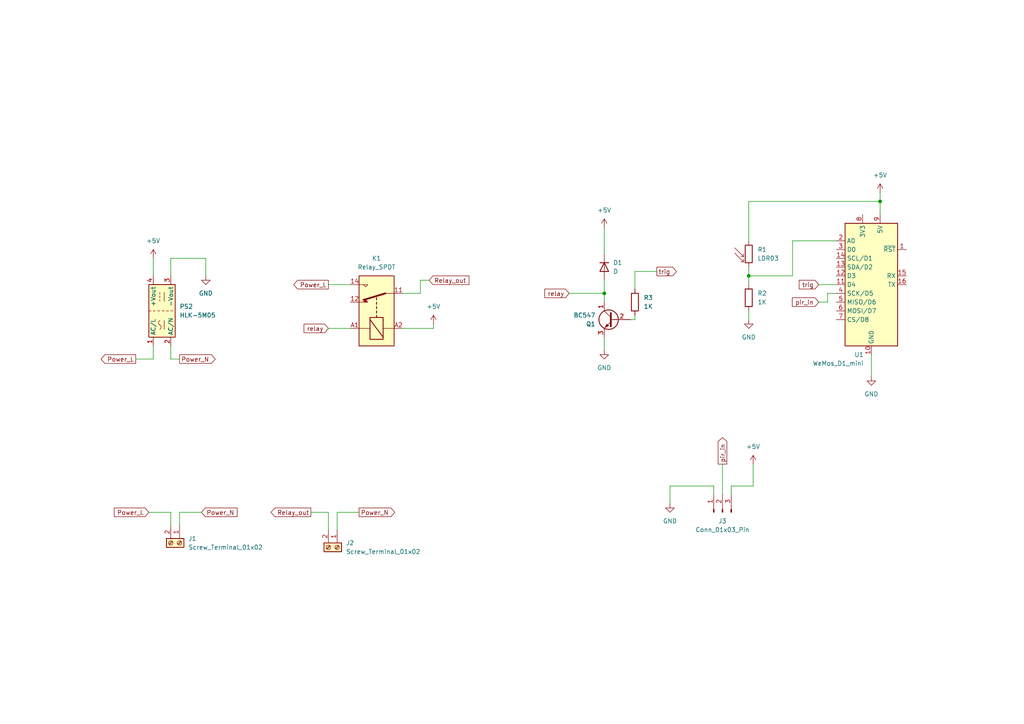
<source format=kicad_sch>
(kicad_sch (version 20230121) (generator eeschema)
  (paper "A4")
  (lib_symbols
    (symbol "Connector:Conn_01x03_Pin" (pin_names (offset 1.016) hide)
      (property "Reference" "J" (at 0 5.08 0))
      (property "Value" "Conn_01x03_Pin" (at 0 -5.08 0))
      (symbol "Conn_01x03_Pin_1_1"
        (polyline (pts (xy 1.27 -2.54) (xy 0.8636 -2.54)) (stroke (width 0.1524)))
        (polyline (pts (xy 1.27 0) (xy 0.8636 0)) (stroke (width 0.1524)))
        (polyline (pts (xy 1.27 2.54) (xy 0.8636 2.54)) (stroke (width 0.1524)))
        (rectangle (start 0.8636 -2.413) (end 0 -2.667) (stroke (width 0.1524)) (fill (type outline)))
        (rectangle (start 0.8636 0.127) (end 0 -0.127) (stroke (width 0.1524)) (fill (type outline)))
        (rectangle (start 0.8636 2.667) (end 0 2.413) (stroke (width 0.1524)) (fill (type outline)))
        (pin passive line (at 5.08 2.54 180) (length 3.81) (name "Pin_1") (number "1"))
        (pin passive line (at 5.08 0 180) (length 3.81) (name "Pin_2") (number "2"))
        (pin passive line (at 5.08 -2.54 180) (length 3.81) (name "Pin_3") (number "3"))
      )
    )
    (symbol "Connector:Screw_Terminal_01x02" (pin_names (offset 1.016) hide)
      (property "Reference" "J" (at 0 2.54 0))
      (property "Value" "Screw_Terminal_01x02" (at 0 -5.08 0))
      (symbol "Screw_Terminal_01x02_1_1"
        (rectangle (start -1.27 1.27) (end 1.27 -3.81) (stroke (width 0.254)) (fill (type background)))
        (circle (center 0 -2.54) (radius 0.635) (stroke (width 0.1524)))
        (polyline (pts (xy -0.5334 -2.2098) (xy 0.3302 -3.048)) (stroke (width 0.1524)))
        (polyline (pts (xy -0.5334 0.3302) (xy 0.3302 -0.508)) (stroke (width 0.1524)))
        (polyline (pts (xy -0.3556 -2.032) (xy 0.508 -2.8702)) (stroke (width 0.1524)))
        (polyline (pts (xy -0.3556 0.508) (xy 0.508 -0.3302)) (stroke (width 0.1524)))
        (circle (center 0 0) (radius 0.635) (stroke (width 0.1524)))
        (pin passive line (at -5.08 0 0) (length 3.81) (name "Pin_1") (number "1"))
        (pin passive line (at -5.08 -2.54 0) (length 3.81) (name "Pin_2") (number "2"))
      )
    )
    (symbol "Converter_ACDC:HLK-5M05"
      (property "Reference" "PS" (at 0 5.08 0))
      (property "Value" "HLK-5M05" (at 0 -5.08 0))
      (symbol "HLK-5M05_0_1"
        (rectangle (start -7.62 3.81) (end 7.62 -3.81) (stroke (width 0.254)) (fill (type background)))
        (arc (start -5.334 0.635) (mid -4.699 0.2495) (end -4.064 0.635))
        (arc (start -2.794 0.635) (mid -3.429 1.0072) (end -4.064 0.635))
        (polyline (pts (xy -5.334 -0.635) (xy -2.794 -0.635)))
        (polyline (pts (xy 0 -2.54) (xy 0 -3.175)))
        (polyline (pts (xy 0 -1.27) (xy 0 -1.905)))
        (polyline (pts (xy 0 0) (xy 0 -0.635)))
        (polyline (pts (xy 0 1.27) (xy 0 0.635)))
        (polyline (pts (xy 0 2.54) (xy 0 1.905)))
        (polyline (pts (xy 0 3.81) (xy 0 3.175)))
        (polyline (pts (xy 2.794 -0.635) (xy 5.334 -0.635)))
        (polyline (pts (xy 2.794 0.635) (xy 3.302 0.635)))
        (polyline (pts (xy 3.81 0.635) (xy 4.318 0.635)))
        (polyline (pts (xy 4.826 0.635) (xy 5.334 0.635)))
      )
      (symbol "HLK-5M05_1_1"
        (pin power_in line (at -10.16 2.54 0) (length 2.54) (name "AC/L") (number "1"))
        (pin power_in line (at -10.16 -2.54 0) (length 2.54) (name "AC/N") (number "2"))
        (pin power_out line (at 10.16 -2.54 180) (length 2.54) (name "-Vout") (number "3"))
        (pin power_out line (at 10.16 2.54 180) (length 2.54) (name "+Vout") (number "4"))
      )
    )
    (symbol "Device:D" (pin_numbers hide) (pin_names (offset 1.016) hide)
      (property "Reference" "D" (at 0 2.54 0))
      (property "Value" "D" (at 0 -2.54 0))
      (symbol "D_0_1"
        (polyline (pts (xy -1.27 1.27) (xy -1.27 -1.27)) (stroke (width 0.254)))
        (polyline (pts (xy 1.27 0) (xy -1.27 0)))
        (polyline (pts (xy 1.27 1.27) (xy 1.27 -1.27) (xy -1.27 0) (xy 1.27 1.27)) (stroke (width 0.254)))
      )
      (symbol "D_1_1"
        (pin passive line (at -3.81 0 0) (length 2.54) (name "K") (number "1"))
        (pin passive line (at 3.81 0 180) (length 2.54) (name "A") (number "2"))
      )
    )
    (symbol "Device:R" (pin_numbers hide) (pin_names (offset 0))
      (property "Reference" "R" (at 2.032 0 90))
      (property "Value" "R" (at 0 0 90))
      (symbol "R_0_1"
        (rectangle (start -1.016 -2.54) (end 1.016 2.54) (stroke (width 0.254)))
      )
      (symbol "R_1_1"
        (pin passive line (at 0 3.81 270) (length 1.27) (name "~") (number "1"))
        (pin passive line (at 0 -3.81 90) (length 1.27) (name "~") (number "2"))
      )
    )
    (symbol "MCU_Module:WeMos_D1_mini"
      (property "Reference" "U" (at 3.81 19.05 0))
      (property "Value" "WeMos_D1_mini" (at 1.27 -19.05 0))
      (symbol "WeMos_D1_mini_1_1"
        (rectangle (start -7.62 17.78) (end 7.62 -17.78) (stroke (width 0.254)) (fill (type background)))
        (pin input line (at -10.16 10.16 0) (length 2.54) (name "~{RST}") (number "1"))
        (pin power_in line (at 0 -20.32 90) (length 2.54) (name "GND") (number "10"))
        (pin bidirectional line (at 10.16 0 180) (length 2.54) (name "D4") (number "11"))
        (pin bidirectional line (at 10.16 2.54 180) (length 2.54) (name "D3") (number "12"))
        (pin bidirectional line (at 10.16 5.08 180) (length 2.54) (name "SDA/D2") (number "13"))
        (pin bidirectional line (at 10.16 7.62 180) (length 2.54) (name "SCL/D1") (number "14"))
        (pin input line (at -10.16 2.54 0) (length 2.54) (name "RX") (number "15"))
        (pin output line (at -10.16 0 0) (length 2.54) (name "TX") (number "16"))
        (pin input line (at 10.16 12.7 180) (length 2.54) (name "A0") (number "2"))
        (pin bidirectional line (at 10.16 10.16 180) (length 2.54) (name "D0") (number "3"))
        (pin bidirectional line (at 10.16 -2.54 180) (length 2.54) (name "SCK/D5") (number "4"))
        (pin bidirectional line (at 10.16 -5.08 180) (length 2.54) (name "MISO/D6") (number "5"))
        (pin bidirectional line (at 10.16 -7.62 180) (length 2.54) (name "MOSI/D7") (number "6"))
        (pin bidirectional line (at 10.16 -10.16 180) (length 2.54) (name "CS/D8") (number "7"))
        (pin power_out line (at 2.54 20.32 270) (length 2.54) (name "3V3") (number "8"))
        (pin power_in line (at -2.54 20.32 270) (length 2.54) (name "5V") (number "9"))
      )
    )
    (symbol "Relay:Relay_SPDT"
      (property "Reference" "K" (at 11.43 3.81 0))
      (property "Value" "Relay_SPDT" (at 11.43 1.27 0))
      (symbol "Relay_SPDT_0_0"
        (polyline (pts (xy 7.62 5.08) (xy 7.62 2.54) (xy 6.985 3.175) (xy 7.62 3.81)))
      )
      (symbol "Relay_SPDT_0_1"
        (rectangle (start -10.16 5.08) (end 10.16 -5.08) (stroke (width 0.254)) (fill (type background)))
        (rectangle (start -8.255 1.905) (end -1.905 -1.905) (stroke (width 0.254)))
        (polyline (pts (xy -7.62 -1.905) (xy -2.54 1.905)) (stroke (width 0.254)))
        (polyline (pts (xy -5.08 -5.08) (xy -5.08 -1.905)))
        (polyline (pts (xy -5.08 5.08) (xy -5.08 1.905)))
        (polyline (pts (xy -1.905 0) (xy -1.27 0)) (stroke (width 0.254)))
        (polyline (pts (xy -0.635 0) (xy 0 0)) (stroke (width 0.254)))
        (polyline (pts (xy 0.635 0) (xy 1.27 0)) (stroke (width 0.254)))
        (polyline (pts (xy 1.905 0) (xy 2.54 0)) (stroke (width 0.254)))
        (polyline (pts (xy 3.175 0) (xy 3.81 0)) (stroke (width 0.254)))
        (polyline (pts (xy 5.08 -2.54) (xy 3.175 3.81)) (stroke (width 0.508)))
        (polyline (pts (xy 5.08 -2.54) (xy 5.08 -5.08)))
        (polyline (pts (xy 2.54 5.08) (xy 2.54 2.54) (xy 3.175 3.175) (xy 2.54 3.81)) (fill (type outline)))
      )
      (symbol "Relay_SPDT_1_1"
        (pin passive line (at 5.08 -7.62 90) (length 2.54) (name "~") (number "11"))
        (pin passive line (at 2.54 7.62 270) (length 2.54) (name "~") (number "12"))
        (pin passive line (at 7.62 7.62 270) (length 2.54) (name "~") (number "14"))
        (pin passive line (at -5.08 7.62 270) (length 2.54) (name "~") (number "A1"))
        (pin passive line (at -5.08 -7.62 90) (length 2.54) (name "~") (number "A2"))
      )
    )
    (symbol "Sensor_Optical:LDR03" (pin_numbers hide) (pin_names (offset 0))
      (property "Reference" "R" (at -5.08 0 90))
      (property "Value" "LDR03" (at 1.905 0 90))
      (symbol "LDR03_0_1"
        (rectangle (start -1.016 2.54) (end 1.016 -2.54) (stroke (width 0.254)))
        (polyline (pts (xy -1.524 -2.286) (xy -4.064 0.254)))
        (polyline (pts (xy -1.524 -2.286) (xy -2.286 -2.286)))
        (polyline (pts (xy -1.524 -2.286) (xy -1.524 -1.524)))
        (polyline (pts (xy -1.524 -0.762) (xy -4.064 1.778)))
        (polyline (pts (xy -1.524 -0.762) (xy -2.286 -0.762)))
        (polyline (pts (xy -1.524 -0.762) (xy -1.524 0)))
      )
      (symbol "LDR03_1_1"
        (pin passive line (at 0 3.81 270) (length 1.27) (name "~") (number "1"))
        (pin passive line (at 0 -3.81 90) (length 1.27) (name "~") (number "2"))
      )
    )
    (symbol "Transistor_BJT:BC547" (pin_names (offset 0) hide)
      (property "Reference" "Q" (at 5.08 1.905 0))
      (property "Value" "BC547" (at 5.08 0 0))
      (symbol "BC547_0_1"
        (polyline (pts (xy 0 0) (xy 0.635 0)))
        (polyline (pts (xy 0.635 0.635) (xy 2.54 2.54)))
        (polyline (pts (xy 0.635 -0.635) (xy 2.54 -2.54) (xy 2.54 -2.54)))
        (polyline (pts (xy 0.635 1.905) (xy 0.635 -1.905) (xy 0.635 -1.905)) (stroke (width 0.508)))
        (polyline (pts (xy 1.27 -1.778) (xy 1.778 -1.27) (xy 2.286 -2.286) (xy 1.27 -1.778) (xy 1.27 -1.778)) (fill (type outline)))
        (circle (center 1.27 0) (radius 2.8194) (stroke (width 0.254)))
      )
      (symbol "BC547_1_1"
        (pin passive line (at 2.54 5.08 270) (length 2.54) (name "C") (number "1"))
        (pin input line (at -5.08 0 0) (length 5.08) (name "B") (number "2"))
        (pin passive line (at 2.54 -5.08 90) (length 2.54) (name "E") (number "3"))
      )
    )
    (symbol "power:+5V" (power) (pin_names (offset 0))
      (property "Value" "+5V" (at 0 3.556 0))
      (symbol "+5V_0_1"
        (polyline (pts (xy -0.762 1.27) (xy 0 2.54)))
        (polyline (pts (xy 0 0) (xy 0 2.54)))
        (polyline (pts (xy 0 2.54) (xy 0.762 1.27)))
      )
      (symbol "+5V_1_1"
        (pin power_in line (at 0 0 90) (length 0) hide (name "+5V") (number "1"))
      )
    )
    (symbol "power:GND" (power) (pin_names (offset 0))
      (property "Value" "GND" (at 0 -3.81 0))
      (symbol "GND_0_1"
        (polyline (pts (xy 0 0) (xy 0 -1.27) (xy 1.27 -1.27) (xy 0 -2.54) (xy -1.27 -1.27) (xy 0 -1.27)))
      )
      (symbol "GND_1_1"
        (pin power_in line (at 0 0 270) (length 0) hide (name "GND") (number "1"))
      )
    )
  )
  (junction (at 175.26 85.09))
  (junction (at 217.17 80.01))
  (junction (at 255.27 58.42))
  (wire (pts (xy 175.26 97.79) (xy 175.26 101.6)))
  (wire (pts (xy 218.44 134.62) (xy 218.44 140.97)))
  (wire (pts (xy 116.84 95.25) (xy 125.73 95.25)))
  (wire (pts (xy 212.09 140.97) (xy 212.09 143.51)))
  (wire (pts (xy 217.17 69.85) (xy 217.17 58.42)))
  (wire (pts (xy 240.03 87.63) (xy 240.03 85.09)))
  (wire (pts (xy 217.17 58.42) (xy 255.27 58.42)))
  (wire (pts (xy 229.87 69.85) (xy 229.87 80.01)))
  (wire (pts (xy 121.92 81.28) (xy 124.46 81.28)))
  (wire (pts (xy 209.55 134.62) (xy 209.55 143.51)))
  (wire (pts (xy 95.25 153.67) (xy 95.25 148.59)))
  (wire (pts (xy 121.92 85.09) (xy 116.84 85.09)))
  (wire (pts (xy 252.73 102.87) (xy 252.73 109.22)))
  (wire (pts (xy 184.15 92.71) (xy 182.88 92.71)))
  (wire (pts (xy 165.1 85.09) (xy 175.26 85.09)))
  (wire (pts (xy 121.92 81.28) (xy 121.92 85.09)))
  (wire (pts (xy 97.79 153.67) (xy 97.79 148.59)))
  (wire (pts (xy 49.53 104.14) (xy 49.53 100.33)))
  (wire (pts (xy 175.26 66.04) (xy 175.26 73.66)))
  (wire (pts (xy 240.03 85.09) (xy 242.57 85.09)))
  (wire (pts (xy 237.49 87.63) (xy 240.03 87.63)))
  (wire (pts (xy 184.15 91.44) (xy 184.15 92.71)))
  (wire (pts (xy 229.87 80.01) (xy 217.17 80.01)))
  (wire (pts (xy 207.01 140.97) (xy 207.01 143.51)))
  (wire (pts (xy 49.53 148.59) (xy 49.53 152.4)))
  (wire (pts (xy 217.17 90.17) (xy 217.17 92.71)))
  (wire (pts (xy 90.17 148.59) (xy 95.25 148.59)))
  (wire (pts (xy 49.53 104.14) (xy 52.07 104.14)))
  (wire (pts (xy 217.17 80.01) (xy 217.17 82.55)))
  (wire (pts (xy 39.37 104.14) (xy 44.45 104.14)))
  (wire (pts (xy 97.79 148.59) (xy 104.14 148.59)))
  (wire (pts (xy 217.17 77.47) (xy 217.17 80.01)))
  (wire (pts (xy 184.15 78.74) (xy 184.15 83.82)))
  (wire (pts (xy 43.18 148.59) (xy 49.53 148.59)))
  (wire (pts (xy 184.15 78.74) (xy 190.5 78.74)))
  (wire (pts (xy 255.27 55.88) (xy 255.27 58.42)))
  (wire (pts (xy 218.44 140.97) (xy 212.09 140.97)))
  (wire (pts (xy 242.57 69.85) (xy 229.87 69.85)))
  (wire (pts (xy 125.73 95.25) (xy 125.73 93.98)))
  (wire (pts (xy 44.45 104.14) (xy 44.45 100.33)))
  (wire (pts (xy 59.69 74.93) (xy 59.69 80.01)))
  (wire (pts (xy 255.27 58.42) (xy 255.27 62.23)))
  (wire (pts (xy 175.26 85.09) (xy 175.26 87.63)))
  (wire (pts (xy 44.45 74.93) (xy 44.45 80.01)))
  (wire (pts (xy 194.31 140.97) (xy 207.01 140.97)))
  (wire (pts (xy 52.07 148.59) (xy 58.42 148.59)))
  (wire (pts (xy 49.53 80.01) (xy 49.53 74.93)))
  (wire (pts (xy 194.31 146.05) (xy 194.31 140.97)))
  (wire (pts (xy 175.26 81.28) (xy 175.26 85.09)))
  (wire (pts (xy 95.25 82.55) (xy 101.6 82.55)))
  (wire (pts (xy 52.07 152.4) (xy 52.07 148.59)))
  (wire (pts (xy 95.25 95.25) (xy 101.6 95.25)))
  (wire (pts (xy 49.53 74.93) (xy 59.69 74.93)))
  (wire (pts (xy 237.49 82.55) (xy 242.57 82.55)))
  (global_label "Relay_out" (shape output) (at 90.17 148.59 180) (property "Intersheetrefs" "${INTERSHEET_REFS}" (effects hide)))
  (global_label "Power_N" (shape output) (at 52.07 104.14 0) (property "Intersheetrefs" "${INTERSHEET_REFS}" (effects hide)))
  (global_label "Power_L" (shape output) (at 95.25 82.55 180) (property "Intersheetrefs" "${INTERSHEET_REFS}" (effects hide)))
  (global_label "Power_N" (shape input) (at 58.42 148.59 0) (property "Intersheetrefs" "${INTERSHEET_REFS}" (effects hide)))
  (global_label "pir_in" (shape input) (at 237.49 87.63 180) (property "Intersheetrefs" "${INTERSHEET_REFS}" (effects hide)))
  (global_label "relay" (shape input) (at 95.25 95.25 180) (property "Intersheetrefs" "${INTERSHEET_REFS}" (effects hide)))
  (global_label "trig" (shape output) (at 190.5 78.74 0) (property "Intersheetrefs" "${INTERSHEET_REFS}" (effects hide)))
  (global_label "Power_L" (shape input) (at 43.18 148.59 180) (property "Intersheetrefs" "${INTERSHEET_REFS}" (effects hide)))
  (global_label "pir_in" (shape output) (at 209.55 134.62 90) (property "Intersheetrefs" "${INTERSHEET_REFS}" (effects hide)))
  (global_label "Power_L" (shape output) (at 39.37 104.14 180) (property "Intersheetrefs" "${INTERSHEET_REFS}" (effects hide)))
  (global_label "Power_N" (shape output) (at 104.14 148.59 0) (property "Intersheetrefs" "${INTERSHEET_REFS}" (effects hide)))
  (global_label "trig" (shape input) (at 237.49 82.55 180) (property "Intersheetrefs" "${INTERSHEET_REFS}" (effects hide)))
  (global_label "Relay_out" (shape input) (at 124.46 81.28 0) (property "Intersheetrefs" "${INTERSHEET_REFS}" (effects hide)))
  (global_label "relay" (shape input) (at 165.1 85.09 180) (property "Intersheetrefs" "${INTERSHEET_REFS}" (effects hide)))
  (symbol (lib_id "power:+5V") (at 175.26 66.04 0) (unit 1)
    (property "Reference" "#PWR05" (effects hide))
    (property "Value" "+5V" (at 175.26 60.96 0))
  )
  (symbol (lib_id "power:GND") (at 217.17 92.71 0) (unit 1)
    (property "Reference" "#PWR06" (effects hide))
    (property "Value" "GND" (at 217.17 97.79 0))
  )
  (symbol (lib_id "Connector:Screw_Terminal_01x02") (at 97.79 158.75 270) (unit 1)
    (property "Reference" "J2" (at 100.33 157.48 90) (effects (justify left)))
    (property "Value" "Screw_Terminal_01x02" (at 100.33 160.02 90) (effects (justify left)))
    (property "Footprint" "282837-2:TE_282837-2" (effects hide))
  )
  (symbol (lib_id "power:+5V") (at 218.44 134.62 0) (unit 1)
    (property "Reference" "#PWR09" (effects hide))
    (property "Value" "+5V" (at 218.44 129.54 0))
  )
  (symbol (lib_id "power:+5V") (at 125.73 93.98 0) (unit 1)
    (property "Reference" "#PWR04" (effects hide))
    (property "Value" "+5V" (at 125.73 88.9 0))
  )
  (symbol (lib_id "Connector:Screw_Terminal_01x02") (at 52.07 157.48 270) (unit 1)
    (property "Reference" "J1" (at 54.61 156.21 90) (effects (justify left)))
    (property "Value" "Screw_Terminal_01x02" (at 54.61 158.75 90) (effects (justify left)))
    (property "Footprint" "282837-2:TE_282837-2" (effects hide))
  )
  (symbol (lib_id "power:GND") (at 175.26 101.6 0) (unit 1)
    (property "Reference" "#PWR01" (effects hide))
    (property "Value" "GND" (at 175.26 106.68 0))
  )
  (symbol (lib_id "power:GND") (at 252.73 109.22 0) (unit 1)
    (property "Reference" "#PWR08" (effects hide))
    (property "Value" "GND" (at 252.73 114.3 0))
  )
  (symbol (lib_id "Converter_ACDC:HLK-5M05") (at 46.99 90.17 90) (unit 1)
    (property "Reference" "PS2" (at 52.07 88.9 90) (effects (justify right)))
    (property "Value" "HLK-5M05" (at 52.07 91.44 90) (effects (justify right)))
    (property "Footprint" "HLK-5Mxx:CONV_HLK-5M05" (effects hide))
    (property "Datasheet" "http://h.hlktech.com/download/ACDC%E7%94%B5%E6%BA%90%E6%A8%A1%E5%9D%975W%E7%B3%BB%E5%88%97/1/%E6%B5%B7%E5%87%8C%E7%A7%915W%E7%B3%BB%E5%88%97%E7%94%B5%E6%BA%90%E6%A8%A1%E5%9D%97%E8%A7%84%E6%A0%BC%E4%B9%A6V2.8.pdf" (effects hide))
  )
  (symbol (lib_id "power:GND") (at 59.69 80.01 0) (unit 1)
    (property "Reference" "#PWR03" (effects hide))
    (property "Value" "GND" (at 59.69 85.09 0))
  )
  (symbol (lib_id "Transistor_BJT:BC547") (at 177.8 92.71 0) (mirror y) (unit 1)
    (property "Reference" "Q1" (at 172.72 93.98 0) (effects (justify left)))
    (property "Value" "BC547" (at 172.72 91.44 0) (effects (justify left)))
    (property "Footprint" "Package_TO_SOT_THT:TO-92_Inline" (effects hide))
    (property "Datasheet" "https://www.onsemi.com/pub/Collateral/BC550-D.pdf" (effects hide))
  )
  (symbol (lib_id "Device:R") (at 217.17 86.36 0) (unit 1)
    (property "Reference" "R2" (at 219.71 85.09 0) (effects (justify left)))
    (property "Value" "1K" (at 219.71 87.63 0) (effects (justify left)))
    (property "Footprint" "Resistor_THT:R_Axial_DIN0207_L6.3mm_D2.5mm_P10.16mm_Horizontal" (effects hide))
  )
  (symbol (lib_id "Device:R") (at 184.15 87.63 0) (unit 1)
    (property "Reference" "R3" (at 186.69 86.36 0) (effects (justify left)))
    (property "Value" "1K" (at 186.69 88.9 0) (effects (justify left)))
    (property "Footprint" "Resistor_THT:R_Axial_DIN0207_L6.3mm_D2.5mm_P10.16mm_Horizontal" (effects hide))
  )
  (symbol (lib_id "Device:D") (at 175.26 77.47 270) (unit 1)
    (property "Reference" "D1" (at 177.8 76.2 90) (effects (justify left)))
    (property "Value" "D" (at 177.8 78.74 90) (effects (justify left)))
    (property "Footprint" "Diode_THT:D_5W_P12.70mm_Horizontal" (effects hide))
    (property "Sim.Device" "D" (effects hide))
    (property "Sim.Pins" "1=K 2=A" (effects hide))
  )
  (symbol (lib_id "power:GND") (at 194.31 146.05 0) (unit 1)
    (property "Reference" "#PWR010" (effects hide))
    (property "Value" "GND" (at 194.31 151.13 0))
  )
  (symbol (lib_id "MCU_Module:WeMos_D1_mini") (at 252.73 82.55 0) (mirror y) (unit 1)
    (property "Reference" "U1" (at 250.5359 102.87 0) (effects (justify left)))
    (property "Value" "WeMos_D1_mini" (at 250.5359 105.41 0) (effects (justify left)))
    (property "Footprint" "Module:WEMOS_D1_mini_light" (effects hide))
    (property "Datasheet" "https://wiki.wemos.cc/products:d1:d1_mini#documentation" (effects hide))
  )
  (symbol (lib_id "Connector:Conn_01x03_Pin") (at 209.55 148.59 90) (unit 1)
    (property "Reference" "J3" (at 209.55 151.13 90))
    (property "Value" "Conn_01x03_Pin" (at 209.55 153.67 90))
    (property "Footprint" "Connector_PinHeader_2.54mm:PinHeader_1x03_P2.54mm_Vertical" (effects hide))
  )
  (symbol (lib_id "Relay:Relay_SPDT") (at 109.22 90.17 90) (unit 1)
    (property "Reference" "K1" (at 109.22 74.93 90))
    (property "Value" "Relay_SPDT" (at 109.22 77.47 90))
    (property "Footprint" "Relay_THT:Relay_SPDT_Finder_36.11" (effects hide))
  )
  (symbol (lib_id "Sensor_Optical:LDR03") (at 217.17 73.66 0) (unit 1)
    (property "Reference" "R1" (at 219.71 72.39 0) (effects (justify left)))
    (property "Value" "LDR03" (at 219.71 74.93 0) (effects (justify left)))
    (property "Footprint" "OptoDevice:R_LDR_10x8.5mm_P7.6mm_Vertical" (effects hide))
    (property "Datasheet" "http://www.elektronica-componenten.nl/WebRoot/StoreNL/Shops/61422969/54F1/BA0C/C664/31B9/2173/C0A8/2AB9/2AEF/LDR03IMP.pdf" (effects hide))
  )
  (symbol (lib_id "power:+5V") (at 255.27 55.88 0) (unit 1)
    (property "Reference" "#PWR07" (effects hide))
    (property "Value" "+5V" (at 255.27 50.8 0))
  )
  (symbol (lib_id "power:+5V") (at 44.45 74.93 0) (unit 1)
    (property "Reference" "#PWR02" (effects hide))
    (property "Value" "+5V" (at 44.45 69.85 0))
  )
)
</source>
